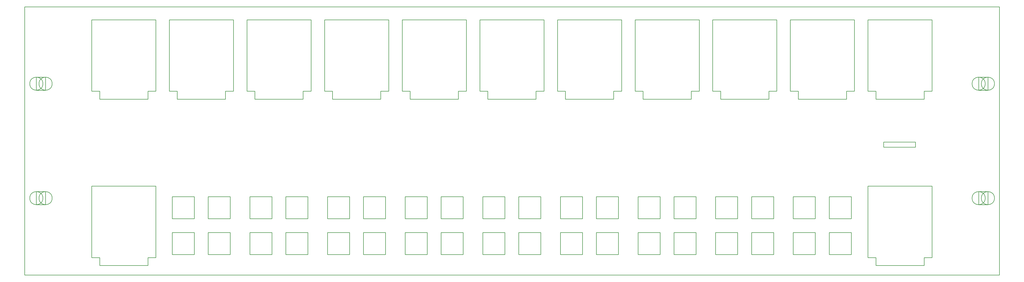
<source format=gko>
G04 Layer: BoardOutlineLayer*
G04 EasyEDA v6.5.34, 2023-08-21 18:11:39*
G04 473cf98a722f4b1b92428232cfd1038c,5a6b42c53f6a479593ecc07194224c93,10*
G04 Gerber Generator version 0.2*
G04 Scale: 100 percent, Rotated: No, Reflected: No *
G04 Dimensions in millimeters *
G04 leading zeros omitted , absolute positions ,4 integer and 5 decimal *
%FSLAX45Y45*%
%MOMM*%

%ADD10C,0.2540*%
D10*
X0Y13296900D02*
G01*
X48260000Y13296900D01*
X48260000Y0D01*
X0Y-3068D01*
X0Y13296900D01*
G75*
G01*
X47365696Y9486900D02*
G02*
X48016094Y9486900I325199J0D01*
G75*
G01*
X48016094Y9486900D02*
G02*
X47365696Y9486900I-325199J0D01*
X47365696Y9486900D02*
G01*
X47365696Y9486900D01*
X47233695Y9811893D02*
G01*
X47233695Y9161881D01*
X47233695Y9161881D02*
G01*
X47690895Y9161881D01*
X47690895Y9161881D02*
G01*
X47690895Y9811893D01*
X47690895Y9811893D02*
G01*
X47233695Y9811893D01*
G75*
G01*
X46908496Y9486900D02*
G02*
X47558894Y9486900I325199J0D01*
G75*
G01*
X47558894Y9486900D02*
G02*
X46908496Y9486900I-325199J0D01*
X46908496Y9486900D02*
G01*
X46908496Y9486900D01*
G75*
G01*
X46908496Y3810000D02*
G02*
X47558894Y3810000I325199J0D01*
G75*
G01*
X47558894Y3810000D02*
G02*
X46908496Y3810000I-325199J0D01*
X46908496Y3810000D02*
G01*
X46908496Y3810000D01*
X47233695Y4134993D02*
G01*
X47233695Y3484981D01*
X47233695Y3484981D02*
G01*
X47690895Y3484981D01*
X47690895Y3484981D02*
G01*
X47690895Y4134993D01*
X47690895Y4134993D02*
G01*
X47233695Y4134993D01*
G75*
G01*
X47365696Y3810000D02*
G02*
X48016094Y3810000I325199J0D01*
G75*
G01*
X48016094Y3810000D02*
G02*
X47365696Y3810000I-325199J0D01*
X47365696Y3810000D02*
G01*
X47365696Y3810000D01*
G75*
G01*
X711200Y3810000D02*
G02*
X1361597Y3810000I325199J0D01*
G75*
G01*
X1361597Y3810000D02*
G02*
X711200Y3810000I-325198J0D01*
X711200Y3810000D02*
G01*
X711200Y3810000D01*
X579198Y4134993D02*
G01*
X579198Y3484981D01*
X579198Y3484981D02*
G01*
X1036398Y3484981D01*
X1036398Y3484981D02*
G01*
X1036398Y4134993D01*
X1036398Y4134993D02*
G01*
X579198Y4134993D01*
G75*
G01*
X254000Y3810000D02*
G02*
X904397Y3810000I325199J0D01*
G75*
G01*
X904397Y3810000D02*
G02*
X254000Y3810000I-325198J0D01*
X254000Y3810000D02*
G01*
X254000Y3810000D01*
G75*
G01*
X254000Y9486900D02*
G02*
X904397Y9486900I325199J0D01*
G75*
G01*
X904397Y9486900D02*
G02*
X254000Y9486900I-325198J0D01*
X254000Y9486900D02*
G01*
X254000Y9486900D01*
X579198Y9811893D02*
G01*
X579198Y9161881D01*
X579198Y9161881D02*
G01*
X1036398Y9161881D01*
X1036398Y9161881D02*
G01*
X1036398Y9811893D01*
X1036398Y9811893D02*
G01*
X579198Y9811893D01*
G75*
G01*
X711200Y9486900D02*
G02*
X1361597Y9486900I325199J0D01*
G75*
G01*
X1361597Y9486900D02*
G02*
X711200Y9486900I-325198J0D01*
X711200Y9486900D02*
G01*
X711200Y9486900D01*
X39830908Y2108200D02*
G01*
X39830908Y1016000D01*
X39830908Y1016000D02*
G01*
X40923108Y1016000D01*
X40923108Y1016000D02*
G01*
X40923108Y2108200D01*
X40923108Y2108200D02*
G01*
X39830908Y2108200D01*
X39830908Y3886200D02*
G01*
X39830908Y2794000D01*
X39830908Y2794000D02*
G01*
X40923108Y2794000D01*
X40923108Y2794000D02*
G01*
X40923108Y3886200D01*
X40923108Y3886200D02*
G01*
X39830908Y3886200D01*
X38051816Y2108200D02*
G01*
X38051816Y1016000D01*
X38051816Y1016000D02*
G01*
X39144016Y1016000D01*
X39144016Y1016000D02*
G01*
X39144016Y2108200D01*
X39144016Y2108200D02*
G01*
X38051816Y2108200D01*
X38051816Y3886200D02*
G01*
X38051816Y2794000D01*
X38051816Y2794000D02*
G01*
X39144016Y2794000D01*
X39144016Y2794000D02*
G01*
X39144016Y3886200D01*
X39144016Y3886200D02*
G01*
X38051816Y3886200D01*
X35987710Y2108200D02*
G01*
X35987710Y1016000D01*
X35987710Y1016000D02*
G01*
X37079910Y1016000D01*
X37079910Y1016000D02*
G01*
X37079910Y2108200D01*
X37079910Y2108200D02*
G01*
X35987710Y2108200D01*
X35987710Y3886200D02*
G01*
X35987710Y2794000D01*
X35987710Y2794000D02*
G01*
X37079910Y2794000D01*
X37079910Y2794000D02*
G01*
X37079910Y3886200D01*
X37079910Y3886200D02*
G01*
X35987710Y3886200D01*
X34208618Y2108200D02*
G01*
X34208618Y1016000D01*
X34208618Y1016000D02*
G01*
X35300818Y1016000D01*
X35300818Y1016000D02*
G01*
X35300818Y2108200D01*
X35300818Y2108200D02*
G01*
X34208618Y2108200D01*
X34208618Y3886200D02*
G01*
X34208618Y2794000D01*
X34208618Y2794000D02*
G01*
X35300818Y2794000D01*
X35300818Y2794000D02*
G01*
X35300818Y3886200D01*
X35300818Y3886200D02*
G01*
X34208618Y3886200D01*
X32144512Y2108200D02*
G01*
X32144512Y1016000D01*
X32144512Y1016000D02*
G01*
X33236712Y1016000D01*
X33236712Y1016000D02*
G01*
X33236712Y2108200D01*
X33236712Y2108200D02*
G01*
X32144512Y2108200D01*
X32144512Y3886200D02*
G01*
X32144512Y2794000D01*
X32144512Y2794000D02*
G01*
X33236712Y2794000D01*
X33236712Y2794000D02*
G01*
X33236712Y3886200D01*
X33236712Y3886200D02*
G01*
X32144512Y3886200D01*
X30365420Y2108200D02*
G01*
X30365420Y1016000D01*
X30365420Y1016000D02*
G01*
X31457620Y1016000D01*
X31457620Y1016000D02*
G01*
X31457620Y2108200D01*
X31457620Y2108200D02*
G01*
X30365420Y2108200D01*
X30365420Y3886200D02*
G01*
X30365420Y2794000D01*
X30365420Y2794000D02*
G01*
X31457620Y2794000D01*
X31457620Y2794000D02*
G01*
X31457620Y3886200D01*
X31457620Y3886200D02*
G01*
X30365420Y3886200D01*
X28301315Y2108200D02*
G01*
X28301315Y1016000D01*
X28301315Y1016000D02*
G01*
X29393515Y1016000D01*
X29393515Y1016000D02*
G01*
X29393515Y2108200D01*
X29393515Y2108200D02*
G01*
X28301315Y2108200D01*
X28301315Y3886200D02*
G01*
X28301315Y2794000D01*
X28301315Y2794000D02*
G01*
X29393515Y2794000D01*
X29393515Y2794000D02*
G01*
X29393515Y3886200D01*
X29393515Y3886200D02*
G01*
X28301315Y3886200D01*
X26522222Y2108200D02*
G01*
X26522222Y1016000D01*
X26522222Y1016000D02*
G01*
X27614422Y1016000D01*
X27614422Y1016000D02*
G01*
X27614422Y2108200D01*
X27614422Y2108200D02*
G01*
X26522222Y2108200D01*
X26522222Y3886200D02*
G01*
X26522222Y2794000D01*
X26522222Y2794000D02*
G01*
X27614422Y2794000D01*
X27614422Y2794000D02*
G01*
X27614422Y3886200D01*
X27614422Y3886200D02*
G01*
X26522222Y3886200D01*
X24458091Y2108200D02*
G01*
X24458091Y1016000D01*
X24458091Y1016000D02*
G01*
X25550291Y1016000D01*
X25550291Y1016000D02*
G01*
X25550291Y2108200D01*
X25550291Y2108200D02*
G01*
X24458091Y2108200D01*
X24458091Y3886200D02*
G01*
X24458091Y2794000D01*
X24458091Y2794000D02*
G01*
X25550291Y2794000D01*
X25550291Y2794000D02*
G01*
X25550291Y3886200D01*
X25550291Y3886200D02*
G01*
X24458091Y3886200D01*
X22679025Y2108200D02*
G01*
X22679025Y1016000D01*
X22679025Y1016000D02*
G01*
X23771225Y1016000D01*
X23771225Y1016000D02*
G01*
X23771225Y2108200D01*
X23771225Y2108200D02*
G01*
X22679025Y2108200D01*
X22679025Y3886200D02*
G01*
X22679025Y2794000D01*
X22679025Y2794000D02*
G01*
X23771225Y2794000D01*
X23771225Y2794000D02*
G01*
X23771225Y3886200D01*
X23771225Y3886200D02*
G01*
X22679025Y3886200D01*
X20614893Y2108200D02*
G01*
X20614893Y1016000D01*
X20614893Y1016000D02*
G01*
X21707093Y1016000D01*
X21707093Y1016000D02*
G01*
X21707093Y2108200D01*
X21707093Y2108200D02*
G01*
X20614893Y2108200D01*
X20614893Y3886200D02*
G01*
X20614893Y2794000D01*
X20614893Y2794000D02*
G01*
X21707093Y2794000D01*
X21707093Y2794000D02*
G01*
X21707093Y3886200D01*
X21707093Y3886200D02*
G01*
X20614893Y3886200D01*
X18835801Y2108200D02*
G01*
X18835801Y1016000D01*
X18835801Y1016000D02*
G01*
X19928001Y1016000D01*
X19928001Y1016000D02*
G01*
X19928001Y2108200D01*
X19928001Y2108200D02*
G01*
X18835801Y2108200D01*
X18835801Y3886200D02*
G01*
X18835801Y2794000D01*
X18835801Y2794000D02*
G01*
X19928001Y2794000D01*
X19928001Y2794000D02*
G01*
X19928001Y3886200D01*
X19928001Y3886200D02*
G01*
X18835801Y3886200D01*
X16771696Y2108200D02*
G01*
X16771696Y1016000D01*
X16771696Y1016000D02*
G01*
X17863896Y1016000D01*
X17863896Y1016000D02*
G01*
X17863896Y2108200D01*
X17863896Y2108200D02*
G01*
X16771696Y2108200D01*
X16771696Y3886200D02*
G01*
X16771696Y2794000D01*
X16771696Y2794000D02*
G01*
X17863896Y2794000D01*
X17863896Y2794000D02*
G01*
X17863896Y3886200D01*
X17863896Y3886200D02*
G01*
X16771696Y3886200D01*
X14992604Y2108200D02*
G01*
X14992604Y1016000D01*
X14992604Y1016000D02*
G01*
X16084804Y1016000D01*
X16084804Y1016000D02*
G01*
X16084804Y2108200D01*
X16084804Y2108200D02*
G01*
X14992604Y2108200D01*
X14992604Y3886200D02*
G01*
X14992604Y2794000D01*
X14992604Y2794000D02*
G01*
X16084804Y2794000D01*
X16084804Y2794000D02*
G01*
X16084804Y3886200D01*
X16084804Y3886200D02*
G01*
X14992604Y3886200D01*
X12928498Y2108200D02*
G01*
X12928498Y1016000D01*
X12928498Y1016000D02*
G01*
X14020698Y1016000D01*
X14020698Y1016000D02*
G01*
X14020698Y2108200D01*
X14020698Y2108200D02*
G01*
X12928498Y2108200D01*
X12928498Y3886200D02*
G01*
X12928498Y2794000D01*
X12928498Y2794000D02*
G01*
X14020698Y2794000D01*
X14020698Y2794000D02*
G01*
X14020698Y3886200D01*
X14020698Y3886200D02*
G01*
X12928498Y3886200D01*
X11149406Y2108200D02*
G01*
X11149406Y1016000D01*
X11149406Y1016000D02*
G01*
X12241606Y1016000D01*
X12241606Y1016000D02*
G01*
X12241606Y2108200D01*
X12241606Y2108200D02*
G01*
X11149406Y2108200D01*
X11149406Y3886200D02*
G01*
X11149406Y2794000D01*
X11149406Y2794000D02*
G01*
X12241606Y2794000D01*
X12241606Y2794000D02*
G01*
X12241606Y3886200D01*
X12241606Y3886200D02*
G01*
X11149406Y3886200D01*
X9085300Y2108200D02*
G01*
X9085300Y1016000D01*
X9085300Y1016000D02*
G01*
X10177500Y1016000D01*
X10177500Y1016000D02*
G01*
X10177500Y2108200D01*
X10177500Y2108200D02*
G01*
X9085300Y2108200D01*
X9085300Y3886200D02*
G01*
X9085300Y2794000D01*
X9085300Y2794000D02*
G01*
X10177500Y2794000D01*
X10177500Y2794000D02*
G01*
X10177500Y3886200D01*
X10177500Y3886200D02*
G01*
X9085300Y3886200D01*
X7306208Y2108200D02*
G01*
X7306208Y1016000D01*
X7306208Y1016000D02*
G01*
X8398408Y1016000D01*
X8398408Y1016000D02*
G01*
X8398408Y2108200D01*
X8398408Y2108200D02*
G01*
X7306208Y2108200D01*
X7306208Y3886200D02*
G01*
X7306208Y2794000D01*
X7306208Y2794000D02*
G01*
X8398408Y2794000D01*
X8398408Y2794000D02*
G01*
X8398408Y3886200D01*
X8398408Y3886200D02*
G01*
X7306208Y3886200D01*
X42523308Y6591300D02*
G01*
X42523308Y6337300D01*
X42523308Y6337300D02*
G01*
X44098108Y6337300D01*
X44098108Y6337300D02*
G01*
X44098108Y6591300D01*
X44098108Y6591300D02*
G01*
X42523308Y6591300D01*
X41750411Y4406900D02*
G01*
X41750411Y863600D01*
X41750411Y863600D02*
G01*
X42144111Y863600D01*
X42144111Y863600D02*
G01*
X42144111Y469900D01*
X42144111Y469900D02*
G01*
X44531711Y469900D01*
X44531711Y469900D02*
G01*
X44531711Y863600D01*
X44531711Y863600D02*
G01*
X44925411Y863600D01*
X44925411Y863600D02*
G01*
X44925411Y4406900D01*
X44925411Y4406900D02*
G01*
X41750411Y4406900D01*
X3318408Y4406900D02*
G01*
X3318408Y863600D01*
X3318408Y863600D02*
G01*
X3712108Y863600D01*
X3712108Y863600D02*
G01*
X3712108Y469900D01*
X3712108Y469900D02*
G01*
X6099708Y469900D01*
X6099708Y469900D02*
G01*
X6099708Y863600D01*
X6099708Y863600D02*
G01*
X6493408Y863600D01*
X6493408Y863600D02*
G01*
X6493408Y4406900D01*
X6493408Y4406900D02*
G01*
X3318408Y4406900D01*
X41750716Y12658115D02*
G01*
X41750716Y9114815D01*
X41750716Y9114815D02*
G01*
X42144416Y9114815D01*
X42144416Y9114815D02*
G01*
X42144416Y8721115D01*
X42144416Y8721115D02*
G01*
X44532016Y8721115D01*
X44532016Y8721115D02*
G01*
X44532016Y9114815D01*
X44532016Y9114815D02*
G01*
X44925716Y9114815D01*
X44925716Y9114815D02*
G01*
X44925716Y12658115D01*
X44925716Y12658115D02*
G01*
X41750716Y12658115D01*
X37907518Y12658115D02*
G01*
X37907518Y9114815D01*
X37907518Y9114815D02*
G01*
X38301218Y9114815D01*
X38301218Y9114815D02*
G01*
X38301218Y8721115D01*
X38301218Y8721115D02*
G01*
X40688818Y8721115D01*
X40688818Y8721115D02*
G01*
X40688818Y9114815D01*
X40688818Y9114815D02*
G01*
X41082518Y9114815D01*
X41082518Y9114815D02*
G01*
X41082518Y12658115D01*
X41082518Y12658115D02*
G01*
X37907518Y12658115D01*
X34064321Y12658115D02*
G01*
X34064321Y9114815D01*
X34064321Y9114815D02*
G01*
X34458021Y9114815D01*
X34458021Y9114815D02*
G01*
X34458021Y8721115D01*
X34458021Y8721115D02*
G01*
X36845621Y8721115D01*
X36845621Y8721115D02*
G01*
X36845621Y9114815D01*
X36845621Y9114815D02*
G01*
X37239321Y9114815D01*
X37239321Y9114815D02*
G01*
X37239321Y12658115D01*
X37239321Y12658115D02*
G01*
X34064321Y12658115D01*
X30221123Y12658115D02*
G01*
X30221123Y9114815D01*
X30221123Y9114815D02*
G01*
X30614823Y9114815D01*
X30614823Y9114815D02*
G01*
X30614823Y8721115D01*
X30614823Y8721115D02*
G01*
X33002423Y8721115D01*
X33002423Y8721115D02*
G01*
X33002423Y9114815D01*
X33002423Y9114815D02*
G01*
X33396123Y9114815D01*
X33396123Y9114815D02*
G01*
X33396123Y12658115D01*
X33396123Y12658115D02*
G01*
X30221123Y12658115D01*
X26377925Y12658115D02*
G01*
X26377925Y9114815D01*
X26377925Y9114815D02*
G01*
X26771625Y9114815D01*
X26771625Y9114815D02*
G01*
X26771625Y8721115D01*
X26771625Y8721115D02*
G01*
X29159225Y8721115D01*
X29159225Y8721115D02*
G01*
X29159225Y9114815D01*
X29159225Y9114815D02*
G01*
X29552925Y9114815D01*
X29552925Y9114815D02*
G01*
X29552925Y12658115D01*
X29552925Y12658115D02*
G01*
X26377925Y12658115D01*
X22534727Y12658115D02*
G01*
X22534727Y9114815D01*
X22534727Y9114815D02*
G01*
X22928427Y9114815D01*
X22928427Y9114815D02*
G01*
X22928427Y8721115D01*
X22928427Y8721115D02*
G01*
X25316027Y8721115D01*
X25316027Y8721115D02*
G01*
X25316027Y9114815D01*
X25316027Y9114815D02*
G01*
X25709727Y9114815D01*
X25709727Y9114815D02*
G01*
X25709727Y12658115D01*
X25709727Y12658115D02*
G01*
X22534727Y12658115D01*
X18691504Y12658115D02*
G01*
X18691504Y9114815D01*
X18691504Y9114815D02*
G01*
X19085204Y9114815D01*
X19085204Y9114815D02*
G01*
X19085204Y8721115D01*
X19085204Y8721115D02*
G01*
X21472804Y8721115D01*
X21472804Y8721115D02*
G01*
X21472804Y9114815D01*
X21472804Y9114815D02*
G01*
X21866504Y9114815D01*
X21866504Y9114815D02*
G01*
X21866504Y12658115D01*
X21866504Y12658115D02*
G01*
X18691504Y12658115D01*
X14848306Y12658115D02*
G01*
X14848306Y9114815D01*
X14848306Y9114815D02*
G01*
X15242006Y9114815D01*
X15242006Y9114815D02*
G01*
X15242006Y8721115D01*
X15242006Y8721115D02*
G01*
X17629606Y8721115D01*
X17629606Y8721115D02*
G01*
X17629606Y9114815D01*
X17629606Y9114815D02*
G01*
X18023306Y9114815D01*
X18023306Y9114815D02*
G01*
X18023306Y12658115D01*
X18023306Y12658115D02*
G01*
X14848306Y12658115D01*
X11005108Y12658115D02*
G01*
X11005108Y9114815D01*
X11005108Y9114815D02*
G01*
X11398808Y9114815D01*
X11398808Y9114815D02*
G01*
X11398808Y8721115D01*
X11398808Y8721115D02*
G01*
X13786408Y8721115D01*
X13786408Y8721115D02*
G01*
X13786408Y9114815D01*
X13786408Y9114815D02*
G01*
X14180108Y9114815D01*
X14180108Y9114815D02*
G01*
X14180108Y12658115D01*
X14180108Y12658115D02*
G01*
X11005108Y12658115D01*
X7161911Y12658115D02*
G01*
X7161911Y9114815D01*
X7161911Y9114815D02*
G01*
X7555611Y9114815D01*
X7555611Y9114815D02*
G01*
X7555611Y8721115D01*
X7555611Y8721115D02*
G01*
X9943211Y8721115D01*
X9943211Y8721115D02*
G01*
X9943211Y9114815D01*
X9943211Y9114815D02*
G01*
X10336911Y9114815D01*
X10336911Y9114815D02*
G01*
X10336911Y12658115D01*
X10336911Y12658115D02*
G01*
X7161911Y12658115D01*
X3318713Y12658115D02*
G01*
X3318713Y9114815D01*
X3318713Y9114815D02*
G01*
X3712413Y9114815D01*
X3712413Y9114815D02*
G01*
X3712413Y8721115D01*
X3712413Y8721115D02*
G01*
X6100013Y8721115D01*
X6100013Y8721115D02*
G01*
X6100013Y9114815D01*
X6100013Y9114815D02*
G01*
X6493713Y9114815D01*
X6493713Y9114815D02*
G01*
X6493713Y12658115D01*
X6493713Y12658115D02*
G01*
X3318713Y12658115D01*

%LPD*%
M02*

</source>
